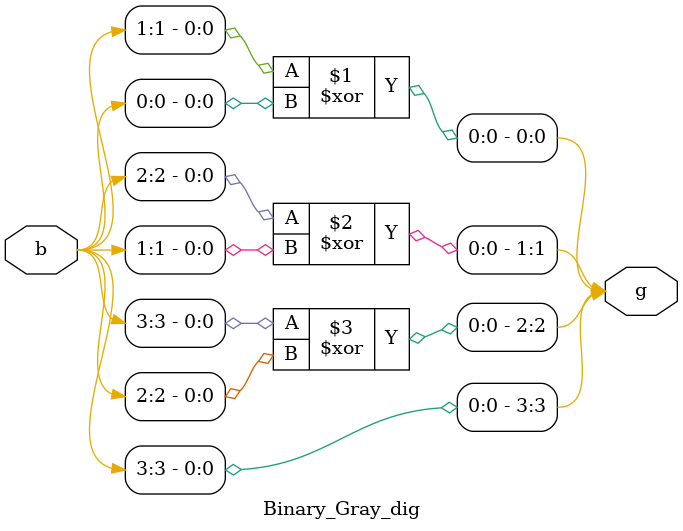
<source format=v>
module Binary_Gray_dig(
    input [3:0]b, output [3:0]g
    );
    assign g[0]=b[1]^b[0];
    assign g[1]=b[2]^b[1];
    assign g[2]=b[3]^b[2];
    assign g[3]=b[3];
endmodule

</source>
